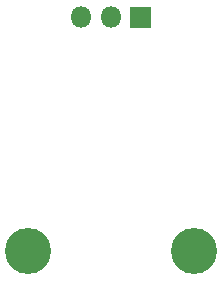
<source format=gbr>
G04 #@! TF.GenerationSoftware,KiCad,Pcbnew,(5.1.8)-1*
G04 #@! TF.CreationDate,2020-12-28T13:17:20-07:00*
G04 #@! TF.ProjectId,Moisture-Sensor,4d6f6973-7475-4726-952d-53656e736f72,rev?*
G04 #@! TF.SameCoordinates,Original*
G04 #@! TF.FileFunction,Soldermask,Bot*
G04 #@! TF.FilePolarity,Negative*
%FSLAX46Y46*%
G04 Gerber Fmt 4.6, Leading zero omitted, Abs format (unit mm)*
G04 Created by KiCad (PCBNEW (5.1.8)-1) date 2020-12-28 13:17:20*
%MOMM*%
%LPD*%
G01*
G04 APERTURE LIST*
%ADD10O,1.802000X1.802000*%
%ADD11C,3.902000*%
G04 APERTURE END LIST*
G36*
G01*
X111675000Y-52304000D02*
X113375000Y-52304000D01*
G75*
G02*
X113426000Y-52355000I0J-51000D01*
G01*
X113426000Y-54055000D01*
G75*
G02*
X113375000Y-54106000I-51000J0D01*
G01*
X111675000Y-54106000D01*
G75*
G02*
X111624000Y-54055000I0J51000D01*
G01*
X111624000Y-52355000D01*
G75*
G02*
X111675000Y-52304000I51000J0D01*
G01*
G37*
D10*
X109985000Y-53205000D03*
X107445000Y-53205000D03*
D11*
X103000000Y-73000000D03*
X117000000Y-73000000D03*
M02*

</source>
